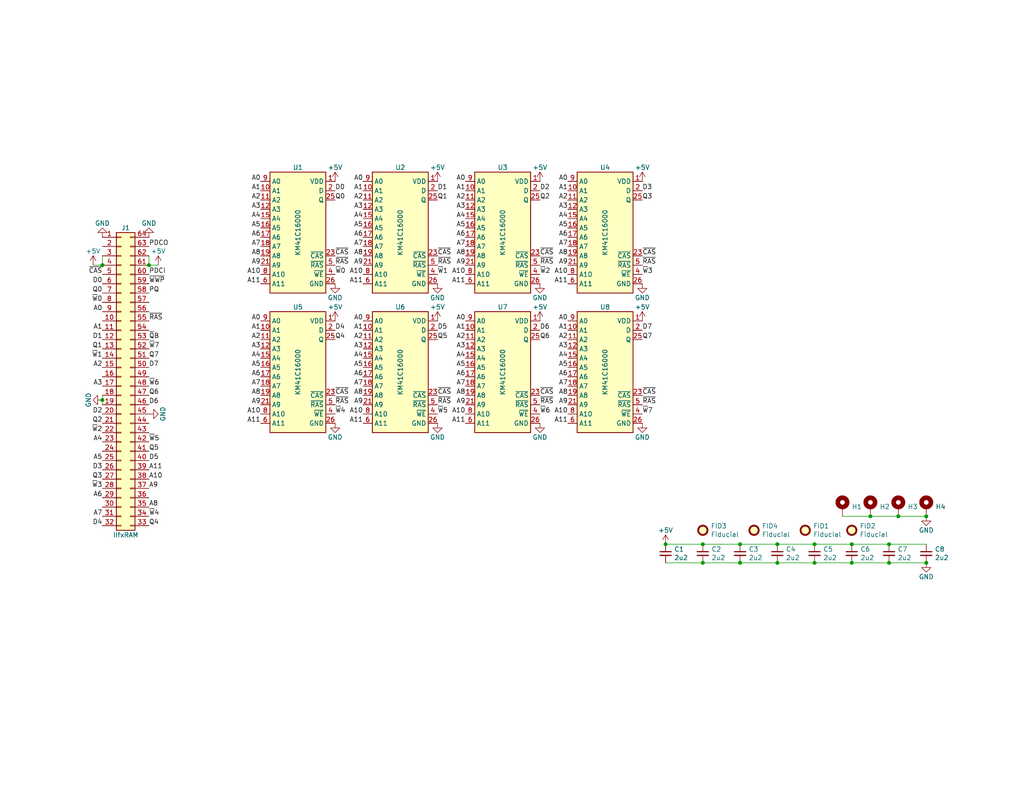
<source format=kicad_sch>
(kicad_sch (version 20211123) (generator eeschema)
  (paper "USLetter")
  (lib_symbols
    (symbol "Connector_Generic:Conn_02x32_Counter_Clockwise" (pin_names (offset 1.016) hide)
      (property "Reference" "J" (at 1.27 40.64 0))
      (property "Value" "Conn_02x32_Counter_Clockwise" (at 1.27 -43.18 0))
      (symbol "Conn_02x32_Counter_Clockwise_1_1"
        (rectangle (start -1.27 -40.513) (end 0 -40.767) (stroke (width 0.1524)))
        (rectangle (start -1.27 -37.973) (end 0 -38.227) (stroke (width 0.1524)))
        (rectangle (start -1.27 -35.433) (end 0 -35.687) (stroke (width 0.1524)))
        (rectangle (start -1.27 -32.893) (end 0 -33.147) (stroke (width 0.1524)))
        (rectangle (start -1.27 -30.353) (end 0 -30.607) (stroke (width 0.1524)))
        (rectangle (start -1.27 -27.813) (end 0 -28.067) (stroke (width 0.1524)))
        (rectangle (start -1.27 -25.273) (end 0 -25.527) (stroke (width 0.1524)))
        (rectangle (start -1.27 -22.733) (end 0 -22.987) (stroke (width 0.1524)))
        (rectangle (start -1.27 -20.193) (end 0 -20.447) (stroke (width 0.1524)))
        (rectangle (start -1.27 -17.653) (end 0 -17.907) (stroke (width 0.1524)))
        (rectangle (start -1.27 -15.113) (end 0 -15.367) (stroke (width 0.1524)))
        (rectangle (start -1.27 -12.573) (end 0 -12.827) (stroke (width 0.1524)))
        (rectangle (start -1.27 -10.033) (end 0 -10.287) (stroke (width 0.1524)))
        (rectangle (start -1.27 -7.493) (end 0 -7.747) (stroke (width 0.1524)))
        (rectangle (start -1.27 -4.953) (end 0 -5.207) (stroke (width 0.1524)))
        (rectangle (start -1.27 -2.413) (end 0 -2.667) (stroke (width 0.1524)))
        (rectangle (start -1.27 0.127) (end 0 -0.127) (stroke (width 0.1524)))
        (rectangle (start -1.27 2.667) (end 0 2.413) (stroke (width 0.1524)))
        (rectangle (start -1.27 5.207) (end 0 4.953) (stroke (width 0.1524)))
        (rectangle (start -1.27 7.747) (end 0 7.493) (stroke (width 0.1524)))
        (rectangle (start -1.27 10.287) (end 0 10.033) (stroke (width 0.1524)))
        (rectangle (start -1.27 12.827) (end 0 12.573) (stroke (width 0.1524)))
        (rectangle (start -1.27 15.367) (end 0 15.113) (stroke (width 0.1524)))
        (rectangle (start -1.27 17.907) (end 0 17.653) (stroke (width 0.1524)))
        (rectangle (start -1.27 20.447) (end 0 20.193) (stroke (width 0.1524)))
        (rectangle (start -1.27 22.987) (end 0 22.733) (stroke (width 0.1524)))
        (rectangle (start -1.27 25.527) (end 0 25.273) (stroke (width 0.1524)))
        (rectangle (start -1.27 28.067) (end 0 27.813) (stroke (width 0.1524)))
        (rectangle (start -1.27 30.607) (end 0 30.353) (stroke (width 0.1524)))
        (rectangle (start -1.27 33.147) (end 0 32.893) (stroke (width 0.1524)))
        (rectangle (start -1.27 35.687) (end 0 35.433) (stroke (width 0.1524)))
        (rectangle (start -1.27 38.227) (end 0 37.973) (stroke (width 0.1524)))
        (rectangle (start -1.27 39.37) (end 3.81 -41.91) (stroke (width 0.254)) (fill (type background)))
        (rectangle (start 3.81 -40.513) (end 2.54 -40.767) (stroke (width 0.1524)))
        (rectangle (start 3.81 -37.973) (end 2.54 -38.227) (stroke (width 0.1524)))
        (rectangle (start 3.81 -35.433) (end 2.54 -35.687) (stroke (width 0.1524)))
        (rectangle (start 3.81 -32.893) (end 2.54 -33.147) (stroke (width 0.1524)))
        (rectangle (start 3.81 -30.353) (end 2.54 -30.607) (stroke (width 0.1524)))
        (rectangle (start 3.81 -27.813) (end 2.54 -28.067) (stroke (width 0.1524)))
        (rectangle (start 3.81 -25.273) (end 2.54 -25.527) (stroke (width 0.1524)))
        (rectangle (start 3.81 -22.733) (end 2.54 -22.987) (stroke (width 0.1524)))
        (rectangle (start 3.81 -20.193) (end 2.54 -20.447) (stroke (width 0.1524)))
        (rectangle (start 3.81 -17.653) (end 2.54 -17.907) (stroke (width 0.1524)))
        (rectangle (start 3.81 -15.113) (end 2.54 -15.367) (stroke (width 0.1524)))
        (rectangle (start 3.81 -12.573) (end 2.54 -12.827) (stroke (width 0.1524)))
        (rectangle (start 3.81 -10.033) (end 2.54 -10.287) (stroke (width 0.1524)))
        (rectangle (start 3.81 -7.493) (end 2.54 -7.747) (stroke (width 0.1524)))
        (rectangle (start 3.81 -4.953) (end 2.54 -5.207) (stroke (width 0.1524)))
        (rectangle (start 3.81 -2.413) (end 2.54 -2.667) (stroke (width 0.1524)))
        (rectangle (start 3.81 0.127) (end 2.54 -0.127) (stroke (width 0.1524)))
        (rectangle (start 3.81 2.667) (end 2.54 2.413) (stroke (width 0.1524)))
        (rectangle (start 3.81 5.207) (end 2.54 4.953) (stroke (width 0.1524)))
        (rectangle (start 3.81 7.747) (end 2.54 7.493) (stroke (width 0.1524)))
        (rectangle (start 3.81 10.287) (end 2.54 10.033) (stroke (width 0.1524)))
        (rectangle (start 3.81 12.827) (end 2.54 12.573) (stroke (width 0.1524)))
        (rectangle (start 3.81 15.367) (end 2.54 15.113) (stroke (width 0.1524)))
        (rectangle (start 3.81 17.907) (end 2.54 17.653) (stroke (width 0.1524)))
        (rectangle (start 3.81 20.447) (end 2.54 20.193) (stroke (width 0.1524)))
        (rectangle (start 3.81 22.987) (end 2.54 22.733) (stroke (width 0.1524)))
        (rectangle (start 3.81 25.527) (end 2.54 25.273) (stroke (width 0.1524)))
        (rectangle (start 3.81 28.067) (end 2.54 27.813) (stroke (width 0.1524)))
        (rectangle (start 3.81 30.607) (end 2.54 30.353) (stroke (width 0.1524)))
        (rectangle (start 3.81 33.147) (end 2.54 32.893) (stroke (width 0.1524)))
        (rectangle (start 3.81 35.687) (end 2.54 35.433) (stroke (width 0.1524)))
        (rectangle (start 3.81 38.227) (end 2.54 37.973) (stroke (width 0.1524)))
        (pin passive line (at -5.08 38.1 0) (length 3.81) (name "Pin_1") (number "1"))
        (pin passive line (at -5.08 15.24 0) (length 3.81) (name "Pin_10") (number "10"))
        (pin passive line (at -5.08 12.7 0) (length 3.81) (name "Pin_11") (number "11"))
        (pin passive line (at -5.08 10.16 0) (length 3.81) (name "Pin_12") (number "12"))
        (pin passive line (at -5.08 7.62 0) (length 3.81) (name "Pin_13") (number "13"))
        (pin passive line (at -5.08 5.08 0) (length 3.81) (name "Pin_14") (number "14"))
        (pin passive line (at -5.08 2.54 0) (length 3.81) (name "Pin_15") (number "15"))
        (pin passive line (at -5.08 0 0) (length 3.81) (name "Pin_16") (number "16"))
        (pin passive line (at -5.08 -2.54 0) (length 3.81) (name "Pin_17") (number "17"))
        (pin passive line (at -5.08 -5.08 0) (length 3.81) (name "Pin_18") (number "18"))
        (pin passive line (at -5.08 -7.62 0) (length 3.81) (name "Pin_19") (number "19"))
        (pin passive line (at -5.08 35.56 0) (length 3.81) (name "Pin_2") (number "2"))
        (pin passive line (at -5.08 -10.16 0) (length 3.81) (name "Pin_20") (number "20"))
        (pin passive line (at -5.08 -12.7 0) (length 3.81) (name "Pin_21") (number "21"))
        (pin passive line (at -5.08 -15.24 0) (length 3.81) (name "Pin_22") (number "22"))
        (pin passive line (at -5.08 -17.78 0) (length 3.81) (name "Pin_23") (number "23"))
        (pin passive line (at -5.08 -20.32 0) (length 3.81) (name "Pin_24") (number "24"))
        (pin passive line (at -5.08 -22.86 0) (length 3.81) (name "Pin_25") (number "25"))
        (pin passive line (at -5.08 -25.4 0) (length 3.81) (name "Pin_26") (number "26"))
        (pin passive line (at -5.08 -27.94 0) (length 3.81) (name "Pin_27") (number "27"))
        (pin passive line (at -5.08 -30.48 0) (length 3.81) (name "Pin_28") (number "28"))
        (pin passive line (at -5.08 -33.02 0) (length 3.81) (name "Pin_29") (number "29"))
        (pin passive line (at -5.08 33.02 0) (length 3.81) (name "Pin_3") (number "3"))
        (pin passive line (at -5.08 -35.56 0) (length 3.81) (name "Pin_30") (number "30"))
        (pin passive line (at -5.08 -38.1 0) (length 3.81) (name "Pin_31") (number "31"))
        (pin passive line (at -5.08 -40.64 0) (length 3.81) (name "Pin_32") (number "32"))
        (pin passive line (at 7.62 -40.64 180) (length 3.81) (name "Pin_33") (number "33"))
        (pin passive line (at 7.62 -38.1 180) (length 3.81) (name "Pin_34") (number "34"))
        (pin passive line (at 7.62 -35.56 180) (length 3.81) (name "Pin_35") (number "35"))
        (pin passive line (at 7.62 -33.02 180) (length 3.81) (name "Pin_36") (number "36"))
        (pin passive line (at 7.62 -30.48 180) (length 3.81) (name "Pin_37") (number "37"))
        (pin passive line (at 7.62 -27.94 180) (length 3.81) (name "Pin_38") (number "38"))
        (pin passive line (at 7.62 -25.4 180) (length 3.81) (name "Pin_39") (number "39"))
        (pin passive line (at -5.08 30.48 0) (length 3.81) (name "Pin_4") (number "4"))
        (pin passive line (at 7.62 -22.86 180) (length 3.81) (name "Pin_40") (number "40"))
        (pin passive line (at 7.62 -20.32 180) (length 3.81) (name "Pin_41") (number "41"))
        (pin passive line (at 7.62 -17.78 180) (length 3.81) (name "Pin_42") (number "42"))
        (pin passive line (at 7.62 -15.24 180) (length 3.81) (name "Pin_43") (number "43"))
        (pin passive line (at 7.62 -12.7 180) (length 3.81) (name "Pin_44") (number "44"))
        (pin passive line (at 7.62 -10.16 180) (length 3.81) (name "Pin_45") (number "45"))
        (pin passive line (at 7.62 -7.62 180) (length 3.81) (name "Pin_46") (number "46"))
        (pin passive line (at 7.62 -5.08 180) (length 3.81) (name "Pin_47") (number "47"))
        (pin passive line (at 7.62 -2.54 180) (length 3.81) (name "Pin_48") (number "48"))
        (pin passive line (at 7.62 0 180) (length 3.81) (name "Pin_49") (number "49"))
        (pin passive line (at -5.08 27.94 0) (length 3.81) (name "Pin_5") (number "5"))
        (pin passive line (at 7.62 2.54 180) (length 3.81) (name "Pin_50") (number "50"))
        (pin passive line (at 7.62 5.08 180) (length 3.81) (name "Pin_51") (number "51"))
        (pin passive line (at 7.62 7.62 180) (length 3.81) (name "Pin_52") (number "52"))
        (pin passive line (at 7.62 10.16 180) (length 3.81) (name "Pin_53") (number "53"))
        (pin passive line (at 7.62 12.7 180) (length 3.81) (name "Pin_54") (number "54"))
        (pin passive line (at 7.62 15.24 180) (length 3.81) (name "Pin_55") (number "55"))
        (pin passive line (at 7.62 17.78 180) (length 3.81) (name "Pin_56") (number "56"))
        (pin passive line (at 7.62 20.32 180) (length 3.81) (name "Pin_57") (number "57"))
        (pin passive line (at 7.62 22.86 180) (length 3.81) (name "Pin_58") (number "58"))
        (pin passive line (at 7.62 25.4 180) (length 3.81) (name "Pin_59") (number "59"))
        (pin passive line (at -5.08 25.4 0) (length 3.81) (name "Pin_6") (number "6"))
        (pin passive line (at 7.62 27.94 180) (length 3.81) (name "Pin_60") (number "60"))
        (pin passive line (at 7.62 30.48 180) (length 3.81) (name "Pin_61") (number "61"))
        (pin passive line (at 7.62 33.02 180) (length 3.81) (name "Pin_62") (number "62"))
        (pin passive line (at 7.62 35.56 180) (length 3.81) (name "Pin_63") (number "63"))
        (pin passive line (at 7.62 38.1 180) (length 3.81) (name "Pin_64") (number "64"))
        (pin passive line (at -5.08 22.86 0) (length 3.81) (name "Pin_7") (number "7"))
        (pin passive line (at -5.08 20.32 0) (length 3.81) (name "Pin_8") (number "8"))
        (pin passive line (at -5.08 17.78 0) (length 3.81) (name "Pin_9") (number "9"))
      )
    )
    (symbol "Device:C_Small" (pin_numbers hide) (pin_names (offset 0.254) hide)
      (property "Reference" "C" (at 0.254 1.778 0))
      (property "Value" "C_Small" (at 0.254 -2.032 0))
      (symbol "C_Small_0_1"
        (polyline (pts (xy -1.524 -0.508) (xy 1.524 -0.508)) (stroke (width 0.3302)))
        (polyline (pts (xy -1.524 0.508) (xy 1.524 0.508)) (stroke (width 0.3048)))
      )
      (symbol "C_Small_1_1"
        (pin passive line (at 0 2.54 270) (length 2.032) (name "~") (number "1"))
        (pin passive line (at 0 -2.54 90) (length 2.032) (name "~") (number "2"))
      )
    )
    (symbol "GW_RAM:DRAM-16Mx1-SOP-24"
      (property "Reference" "U" (at 0 17.78 0))
      (property "Value" "DRAM-16Mx1-SOP-24" (at 0 0 90))
      (symbol "DRAM-16Mx1-SOP-24_0_1"
        (rectangle (start -7.62 16.51) (end 7.62 -16.51) (stroke (width 0.254)) (fill (type background)))
      )
      (symbol "DRAM-16Mx1-SOP-24_1_1"
        (pin power_in line (at 10.16 13.97 180) (length 2.54) (name "VDD") (number "1"))
        (pin input line (at -10.16 11.43 0) (length 2.54) (name "A1") (number "10"))
        (pin input line (at -10.16 8.89 0) (length 2.54) (name "A2") (number "11"))
        (pin input line (at -10.16 6.35 0) (length 2.54) (name "A3") (number "12"))
        (pin power_in line (at 10.16 13.97 180) (length 2.54) hide (name "VDD") (number "13"))
        (pin power_in line (at 10.16 -13.97 180) (length 2.54) hide (name "GND") (number "14"))
        (pin input line (at -10.16 3.81 0) (length 2.54) (name "A4") (number "15"))
        (pin input line (at -10.16 1.27 0) (length 2.54) (name "A5") (number "16"))
        (pin input line (at -10.16 -1.27 0) (length 2.54) (name "A6") (number "17"))
        (pin input line (at -10.16 -3.81 0) (length 2.54) (name "A7") (number "18"))
        (pin input line (at -10.16 -6.35 0) (length 2.54) (name "A8") (number "19"))
        (pin bidirectional line (at 10.16 11.43 180) (length 2.54) (name "D") (number "2"))
        (pin no_connect line (at 10.16 1.27 180) (length 2.54) hide (name "NC") (number "20"))
        (pin input line (at -10.16 -8.89 0) (length 2.54) (name "A9") (number "21"))
        (pin no_connect line (at 10.16 0 180) (length 2.54) hide (name "NC") (number "22"))
        (pin input line (at 10.16 -6.35 180) (length 2.54) (name "~{CAS}") (number "23"))
        (pin no_connect line (at 10.16 -1.27 180) (length 2.54) hide (name "NC") (number "24"))
        (pin bidirectional line (at 10.16 8.89 180) (length 2.54) (name "Q") (number "25"))
        (pin power_in line (at 10.16 -13.97 180) (length 2.54) (name "GND") (number "26"))
        (pin no_connect line (at 10.16 3.81 180) (length 2.54) hide (name "NC") (number "3"))
        (pin input line (at 10.16 -11.43 180) (length 2.54) (name "~{WE}") (number "4"))
        (pin input line (at 10.16 -8.89 180) (length 2.54) (name "~{RAS}") (number "5"))
        (pin input line (at -10.16 -13.97 0) (length 2.54) (name "A11") (number "6"))
        (pin no_connect line (at 10.16 2.54 180) (length 2.54) hide (name "NC") (number "7"))
        (pin input line (at -10.16 -11.43 0) (length 2.54) (name "A10") (number "8"))
        (pin input line (at -10.16 13.97 0) (length 2.54) (name "A0") (number "9"))
      )
    )
    (symbol "Mechanical:Fiducial"
      (property "Reference" "FID" (at 0 5.08 0))
      (property "Value" "Fiducial" (at 0 3.175 0))
      (symbol "Fiducial_0_1"
        (circle (center 0 0) (radius 1.27) (stroke (width 0.508)) (fill (type background)))
      )
    )
    (symbol "Mechanical:MountingHole_Pad" (pin_numbers hide) (pin_names (offset 1.016) hide)
      (property "Reference" "H" (at 0 6.35 0))
      (property "Value" "MountingHole_Pad" (at 0 4.445 0))
      (symbol "MountingHole_Pad_0_1"
        (circle (center 0 1.27) (radius 1.27) (stroke (width 1.27)))
      )
      (symbol "MountingHole_Pad_1_1"
        (pin input line (at 0 -2.54 90) (length 2.54) (name "1") (number "1"))
      )
    )
    (symbol "power:+5V" (power) (pin_names (offset 0))
      (property "Value" "+5V" (at 0 3.556 0))
      (symbol "+5V_0_1"
        (polyline (pts (xy -0.762 1.27) (xy 0 2.54)))
        (polyline (pts (xy 0 0) (xy 0 2.54)))
        (polyline (pts (xy 0 2.54) (xy 0.762 1.27)))
      )
      (symbol "+5V_1_1"
        (pin power_in line (at 0 0 90) (length 0) hide (name "+5V") (number "1"))
      )
    )
    (symbol "power:GND" (power) (pin_names (offset 0))
      (property "Value" "GND" (at 0 -3.81 0))
      (symbol "GND_0_1"
        (polyline (pts (xy 0 0) (xy 0 -1.27) (xy 1.27 -1.27) (xy 0 -2.54) (xy -1.27 -1.27) (xy 0 -1.27)))
      )
      (symbol "GND_1_1"
        (pin power_in line (at 0 0 270) (length 0) hide (name "GND") (number "1"))
      )
    )
  )
  (junction (at 242.57 153.67))
  (junction (at 237.49 140.97))
  (junction (at 40.64 72.39))
  (junction (at 242.57 148.59))
  (junction (at 201.93 153.67))
  (junction (at 252.73 153.67))
  (junction (at 191.77 153.67))
  (junction (at 252.73 140.97))
  (junction (at 201.93 148.59))
  (junction (at 222.25 153.67))
  (junction (at 212.09 153.67))
  (junction (at 181.61 148.59))
  (junction (at 232.41 153.67))
  (junction (at 191.77 148.59))
  (junction (at 27.94 109.22))
  (junction (at 245.11 140.97))
  (junction (at 212.09 148.59))
  (junction (at 27.94 72.39))
  (junction (at 232.41 148.59))
  (junction (at 222.25 148.59))
  (wire (pts (xy 25.4 72.39) (xy 27.94 72.39)))
  (wire (pts (xy 245.11 140.97) (xy 252.73 140.97)))
  (wire (pts (xy 237.49 140.97) (xy 245.11 140.97)))
  (wire (pts (xy 27.94 69.85) (xy 27.94 72.39)))
  (wire (pts (xy 201.93 148.59) (xy 212.09 148.59)))
  (wire (pts (xy 222.25 153.67) (xy 232.41 153.67)))
  (wire (pts (xy 191.77 153.67) (xy 201.93 153.67)))
  (wire (pts (xy 40.64 69.85) (xy 40.64 72.39)))
  (wire (pts (xy 201.93 153.67) (xy 212.09 153.67)))
  (wire (pts (xy 181.61 153.67) (xy 191.77 153.67)))
  (wire (pts (xy 229.87 140.97) (xy 237.49 140.97)))
  (wire (pts (xy 27.94 107.95) (xy 27.94 109.22)))
  (wire (pts (xy 212.09 153.67) (xy 222.25 153.67)))
  (wire (pts (xy 242.57 153.67) (xy 252.73 153.67)))
  (wire (pts (xy 242.57 148.59) (xy 252.73 148.59)))
  (wire (pts (xy 212.09 148.59) (xy 222.25 148.59)))
  (wire (pts (xy 232.41 153.67) (xy 242.57 153.67)))
  (wire (pts (xy 181.61 148.59) (xy 191.77 148.59)))
  (wire (pts (xy 43.18 72.39) (xy 40.64 72.39)))
  (wire (pts (xy 222.25 148.59) (xy 232.41 148.59)))
  (wire (pts (xy 232.41 148.59) (xy 242.57 148.59)))
  (wire (pts (xy 191.77 148.59) (xy 201.93 148.59)))
  (wire (pts (xy 27.94 109.22) (xy 27.94 110.49)))
  (label "Q0" (at 27.94 80.01 180))
  (label "A1" (at 127 90.17 180))
  (label "A8" (at 99.06 107.95 180))
  (label "A10" (at 71.12 113.03 180))
  (label "D6" (at 40.64 110.49 0))
  (label "A8" (at 154.94 69.85 180))
  (label "A9" (at 99.06 110.49 180))
  (label "~{CAS}" (at 175.26 69.85 0))
  (label "~{W}0" (at 91.44 74.93 0))
  (label "~{W}6" (at 40.64 105.41 0))
  (label "A6" (at 154.94 102.87 180))
  (label "A2" (at 27.94 100.33 180))
  (label "~{W}7" (at 40.64 95.25 0))
  (label "~{W}5" (at 119.38 113.03 0))
  (label "A7" (at 71.12 67.31 180))
  (label "A10" (at 99.06 74.93 180))
  (label "Q1" (at 27.94 95.25 180))
  (label "A7" (at 27.94 140.97 180))
  (label "Q6" (at 40.64 107.95 0))
  (label "A3" (at 71.12 95.25 180))
  (label "~{RAS}" (at 119.38 110.49 0))
  (label "A5" (at 127 62.23 180))
  (label "A1" (at 127 52.07 180))
  (label "D0" (at 27.94 77.47 180))
  (label "~{W}7" (at 175.26 113.03 0))
  (label "A6" (at 27.94 135.89 180))
  (label "A6" (at 154.94 64.77 180))
  (label "~{CAS}" (at 91.44 69.85 0))
  (label "A0" (at 127 49.53 180))
  (label "~{W}2" (at 147.32 74.93 0))
  (label "A8" (at 99.06 69.85 180))
  (label "A7" (at 99.06 67.31 180))
  (label "A11" (at 99.06 115.57 180))
  (label "A3" (at 99.06 95.25 180))
  (label "A3" (at 71.12 57.15 180))
  (label "D7" (at 40.64 100.33 0))
  (label "A5" (at 99.06 100.33 180))
  (label "A3" (at 127 95.25 180))
  (label "~{CAS}" (at 119.38 107.95 0))
  (label "Q0" (at 91.44 54.61 0))
  (label "D2" (at 27.94 113.03 180))
  (label "A8" (at 40.64 138.43 0))
  (label "~{W}1" (at 119.38 74.93 0))
  (label "A1" (at 27.94 90.17 180))
  (label "~{CAS}" (at 175.26 107.95 0))
  (label "A11" (at 99.06 77.47 180))
  (label "A2" (at 154.94 92.71 180))
  (label "~{W}2" (at 27.94 118.11 180))
  (label "A4" (at 154.94 97.79 180))
  (label "A1" (at 71.12 90.17 180))
  (label "D4" (at 91.44 90.17 0))
  (label "A1" (at 154.94 90.17 180))
  (label "A2" (at 127 54.61 180))
  (label "A6" (at 127 64.77 180))
  (label "A3" (at 127 57.15 180))
  (label "A8" (at 127 69.85 180))
  (label "A11" (at 127 77.47 180))
  (label "A2" (at 71.12 54.61 180))
  (label "Q1" (at 119.38 54.61 0))
  (label "A2" (at 154.94 54.61 180))
  (label "~{RAS}" (at 147.32 110.49 0))
  (label "A6" (at 127 102.87 180))
  (label "Q5" (at 40.64 123.19 0))
  (label "~{RAS}" (at 119.38 72.39 0))
  (label "A0" (at 71.12 49.53 180))
  (label "PDCI" (at 40.64 74.93 0))
  (label "A9" (at 127 110.49 180))
  (label "A0" (at 71.12 87.63 180))
  (label "A5" (at 154.94 62.23 180))
  (label "Q5" (at 119.38 92.71 0))
  (label "D0" (at 91.44 52.07 0))
  (label "A4" (at 71.12 97.79 180))
  (label "A2" (at 127 92.71 180))
  (label "A0" (at 154.94 49.53 180))
  (label "D1" (at 119.38 52.07 0))
  (label "A6" (at 71.12 102.87 180))
  (label "A1" (at 154.94 52.07 180))
  (label "Q3" (at 175.26 54.61 0))
  (label "~{W}1" (at 27.94 97.79 180))
  (label "Q2" (at 27.94 115.57 180))
  (label "A9" (at 71.12 72.39 180))
  (label "A10" (at 71.12 74.93 180))
  (label "~{RAS}" (at 40.64 87.63 0))
  (label "A6" (at 99.06 102.87 180))
  (label "A0" (at 99.06 87.63 180))
  (label "~{W}4" (at 91.44 113.03 0))
  (label "A9" (at 99.06 72.39 180))
  (label "~{W}4" (at 40.64 140.97 0))
  (label "A0" (at 27.94 85.09 180))
  (label "~{W}5" (at 40.64 120.65 0))
  (label "A3" (at 27.94 105.41 180))
  (label "A0" (at 154.94 87.63 180))
  (label "A10" (at 127 74.93 180))
  (label "A11" (at 154.94 77.47 180))
  (label "A10" (at 154.94 113.03 180))
  (label "A7" (at 154.94 105.41 180))
  (label "A5" (at 71.12 62.23 180))
  (label "A11" (at 40.64 128.27 0))
  (label "A11" (at 154.94 115.57 180))
  (label "A7" (at 154.94 67.31 180))
  (label "Q7" (at 40.64 97.79 0))
  (label "A7" (at 127 67.31 180))
  (label "D1" (at 27.94 92.71 180))
  (label "A9" (at 154.94 72.39 180))
  (label "A1" (at 99.06 90.17 180))
  (label "~{CAS}" (at 147.32 107.95 0))
  (label "D3" (at 27.94 128.27 180))
  (label "~{RAS}" (at 175.26 110.49 0))
  (label "A11" (at 127 115.57 180))
  (label "A9" (at 154.94 110.49 180))
  (label "~{RAS}" (at 91.44 72.39 0))
  (label "A3" (at 154.94 95.25 180))
  (label "A5" (at 71.12 100.33 180))
  (label "Q4" (at 91.44 92.71 0))
  (label "A10" (at 127 113.03 180))
  (label "A4" (at 154.94 59.69 180))
  (label "A8" (at 71.12 107.95 180))
  (label "PDCO" (at 40.64 67.31 0))
  (label "A4" (at 99.06 97.79 180))
  (label "Q6" (at 147.32 92.71 0))
  (label "A6" (at 99.06 64.77 180))
  (label "A5" (at 99.06 62.23 180))
  (label "A11" (at 71.12 115.57 180))
  (label "A4" (at 71.12 59.69 180))
  (label "~{CAS}" (at 119.38 69.85 0))
  (label "A4" (at 127 97.79 180))
  (label "Q2" (at 147.32 54.61 0))
  (label "Q4" (at 40.64 143.51 0))
  (label "~{WWP}" (at 40.64 77.47 0))
  (label "Q3" (at 27.94 130.81 180))
  (label "D7" (at 175.26 90.17 0))
  (label "A1" (at 71.12 52.07 180))
  (label "A7" (at 71.12 105.41 180))
  (label "~{W}3" (at 27.94 133.35 180))
  (label "D6" (at 147.32 90.17 0))
  (label "A10" (at 40.64 130.81 0))
  (label "A8" (at 154.94 107.95 180))
  (label "A3" (at 99.06 57.15 180))
  (label "A4" (at 127 59.69 180))
  (label "A5" (at 154.94 100.33 180))
  (label "~{RAS}" (at 147.32 72.39 0))
  (label "A1" (at 99.06 52.07 180))
  (label "Q7" (at 175.26 92.71 0))
  (label "A0" (at 99.06 49.53 180))
  (label "~{RAS}" (at 91.44 110.49 0))
  (label "D5" (at 40.64 125.73 0))
  (label "D4" (at 27.94 143.51 180))
  (label "A2" (at 99.06 54.61 180))
  (label "A5" (at 27.94 125.73 180))
  (label "A8" (at 127 107.95 180))
  (label "A10" (at 99.06 113.03 180))
  (label "A10" (at 154.94 74.93 180))
  (label "PQ" (at 40.64 80.01 0))
  (label "A4" (at 27.94 120.65 180))
  (label "A11" (at 71.12 77.47 180))
  (label "~{CAS}" (at 91.44 107.95 0))
  (label "A9" (at 40.64 133.35 0))
  (label "A7" (at 99.06 105.41 180))
  (label "A9" (at 127 72.39 180))
  (label "A6" (at 71.12 64.77 180))
  (label "D3" (at 175.26 52.07 0))
  (label "A2" (at 71.12 92.71 180))
  (label "A3" (at 154.94 57.15 180))
  (label "A7" (at 127 105.41 180))
  (label "A8" (at 71.12 69.85 180))
  (label "~{W}6" (at 147.32 113.03 0))
  (label "~{CAS}" (at 147.32 69.85 0))
  (label "D5" (at 119.38 90.17 0))
  (label "A4" (at 99.06 59.69 180))
  (label "~{W}0" (at 27.94 82.55 180))
  (label "~{RAS}" (at 175.26 72.39 0))
  (label "~{CAS}" (at 27.94 74.93 180))
  (label "D2" (at 147.32 52.07 0))
  (label "~{W}3" (at 175.26 74.93 0))
  (label "A9" (at 71.12 110.49 180))
  (label "A2" (at 99.06 92.71 180))
  (label "A5" (at 127 100.33 180))
  (label "A0" (at 127 87.63 180))
  (label "~{Q}B" (at 40.64 92.71 0))
  (symbol (lib_id "Connector_Generic:Conn_02x32_Counter_Clockwise") (at 33.02 102.87 0) (unit 1)
    (property "Reference" "J1" (at 34.29 62.23 0))
    (property "Value" "IIfxRAM" (at 34.29 146.05 0))
    (property "Footprint" "stdpads:MacIIROMSIMM_Edge" (effects hide))
  )
  (symbol (lib_id "Mechanical:MountingHole_Pad") (at 245.11 138.43 0) (unit 1)
    (property "Reference" "H3" (at 247.65 138.3538 0) (effects (justify left)))
    (property "Value" " " (effects hide))
    (property "Footprint" "stdpads:PasteHole_1.1mm_PTH" (effects hide))
  )
  (symbol (lib_id "Mechanical:MountingHole_Pad") (at 252.73 138.43 0) (unit 1)
    (property "Reference" "H4" (at 255.27 138.3538 0) (effects (justify left)))
    (property "Value" " " (effects hide))
    (property "Footprint" "stdpads:PasteHole_1.1mm_PTH" (effects hide))
  )
  (symbol (lib_id "power:GND") (at 252.73 140.97 0) (mirror y) (unit 1)
    (property "Reference" "#PWR0145" (effects hide))
    (property "Value" "GND" (at 252.73 144.78 0))
  )
  (symbol (lib_id "Mechanical:Fiducial") (at 219.71 144.78 0) (unit 1)
    (property "Reference" "FID1" (at 221.869 143.6116 0) (effects (justify left)))
    (property "Value" "Fiducial" (at 221.869 145.923 0) (effects (justify left)))
    (property "Footprint" "stdpads:Fiducial" (effects hide))
  )
  (symbol (lib_id "Mechanical:Fiducial") (at 232.41 144.78 0) (unit 1)
    (property "Reference" "FID2" (at 234.569 143.6116 0) (effects (justify left)))
    (property "Value" "Fiducial" (at 234.569 145.923 0) (effects (justify left)))
    (property "Footprint" "stdpads:Fiducial" (effects hide))
  )
  (symbol (lib_id "Mechanical:Fiducial") (at 191.77 144.78 0) (unit 1)
    (property "Reference" "FID3" (at 193.929 143.6116 0) (effects (justify left)))
    (property "Value" "Fiducial" (at 193.929 145.923 0) (effects (justify left)))
    (property "Footprint" "stdpads:Fiducial" (effects hide))
  )
  (symbol (lib_id "Mechanical:Fiducial") (at 205.74 144.78 0) (unit 1)
    (property "Reference" "FID4" (at 207.899 143.6116 0) (effects (justify left)))
    (property "Value" "Fiducial" (at 207.899 145.923 0) (effects (justify left)))
    (property "Footprint" "stdpads:Fiducial" (effects hide))
  )
  (symbol (lib_id "Mechanical:MountingHole_Pad") (at 229.87 138.43 0) (unit 1)
    (property "Reference" "H1" (at 232.41 138.3538 0) (effects (justify left)))
    (property "Value" " " (effects hide))
    (property "Footprint" "stdpads:PasteHole_1.1mm_PTH" (effects hide))
  )
  (symbol (lib_id "Mechanical:MountingHole_Pad") (at 237.49 138.43 0) (unit 1)
    (property "Reference" "H2" (at 240.03 138.3538 0) (effects (justify left)))
    (property "Value" " " (effects hide))
    (property "Footprint" "stdpads:PasteHole_1.1mm_PTH" (effects hide))
  )
  (symbol (lib_id "power:GND") (at 27.94 64.77 180) (unit 1)
    (property "Reference" "#PWR0101" (effects hide))
    (property "Value" "GND" (at 27.94 60.96 0))
  )
  (symbol (lib_id "power:GND") (at 27.94 109.22 270) (unit 1)
    (property "Reference" "#PWR0102" (effects hide))
    (property "Value" "GND" (at 24.13 109.22 0))
  )
  (symbol (lib_id "power:+5V") (at 25.4 72.39 0) (unit 1)
    (property "Reference" "#PWR0103" (effects hide))
    (property "Value" "+5V" (at 25.4 68.58 0))
  )
  (symbol (lib_id "power:GND") (at 40.64 64.77 180) (unit 1)
    (property "Reference" "#PWR0104" (effects hide))
    (property "Value" "GND" (at 40.64 60.96 0))
  )
  (symbol (lib_id "power:+5V") (at 43.18 72.39 0) (mirror y) (unit 1)
    (property "Reference" "#PWR0105" (effects hide))
    (property "Value" "+5V" (at 43.18 68.58 0))
  )
  (symbol (lib_id "power:GND") (at 40.64 113.03 90) (unit 1)
    (property "Reference" "#PWR0106" (effects hide))
    (property "Value" "GND" (at 44.45 113.03 0))
  )
  (symbol (lib_id "power:+5V") (at 181.61 148.59 0) (mirror y) (unit 1)
    (property "Reference" "#PWR0112" (effects hide))
    (property "Value" "+5V" (at 181.61 144.78 0))
  )
  (symbol (lib_id "Device:C_Small") (at 232.41 151.13 0) (unit 1)
    (property "Reference" "C6" (at 234.7468 149.9616 0) (effects (justify left)))
    (property "Value" "2u2" (at 234.7468 152.273 0) (effects (justify left)))
    (property "Footprint" "stdpads:C_0805" (effects hide))
  )
  (symbol (lib_id "Device:C_Small") (at 222.25 151.13 0) (unit 1)
    (property "Reference" "C5" (at 224.5868 149.9616 0) (effects (justify left)))
    (property "Value" "2u2" (at 224.5868 152.273 0) (effects (justify left)))
    (property "Footprint" "stdpads:C_0805" (effects hide))
  )
  (symbol (lib_id "Device:C_Small") (at 242.57 151.13 0) (unit 1)
    (property "Reference" "C7" (at 244.9068 149.9616 0) (effects (justify left)))
    (property "Value" "2u2" (at 244.9068 152.273 0) (effects (justify left)))
    (property "Footprint" "stdpads:C_0805" (effects hide))
  )
  (symbol (lib_id "Device:C_Small") (at 191.77 151.13 0) (unit 1)
    (property "Reference" "C2" (at 194.1068 149.9616 0) (effects (justify left)))
    (property "Value" "2u2" (at 194.1068 152.273 0) (effects (justify left)))
    (property "Footprint" "stdpads:C_0805" (effects hide))
  )
  (symbol (lib_id "Device:C_Small") (at 212.09 151.13 0) (unit 1)
    (property "Reference" "C4" (at 214.4268 149.9616 0) (effects (justify left)))
    (property "Value" "2u2" (at 214.4268 152.273 0) (effects (justify left)))
    (property "Footprint" "stdpads:C_0805" (effects hide))
  )
  (symbol (lib_id "Device:C_Small") (at 181.61 151.13 0) (unit 1)
    (property "Reference" "C1" (at 183.9468 149.9616 0) (effects (justify left)))
    (property "Value" "2u2" (at 183.9468 152.273 0) (effects (justify left)))
    (property "Footprint" "stdpads:C_0805" (effects hide))
  )
  (symbol (lib_id "Device:C_Small") (at 201.93 151.13 0) (unit 1)
    (property "Reference" "C3" (at 204.2668 149.9616 0) (effects (justify left)))
    (property "Value" "2u2" (at 204.2668 152.273 0) (effects (justify left)))
    (property "Footprint" "stdpads:C_0805" (effects hide))
  )
  (symbol (lib_id "power:GND") (at 252.73 153.67 0) (unit 1)
    (property "Reference" "#PWR0107" (effects hide))
    (property "Value" "GND" (at 252.73 157.48 0))
  )
  (symbol (lib_id "Device:C_Small") (at 252.73 151.13 0) (unit 1)
    (property "Reference" "C8" (at 255.0668 149.9616 0) (effects (justify left)))
    (property "Value" "2u2" (at 255.0668 152.273 0) (effects (justify left)))
    (property "Footprint" "stdpads:C_0805" (effects hide))
  )
  (symbol (lib_id "GW_RAM:DRAM-16Mx1-SOP-24") (at 81.28 63.5 0) (unit 1)
    (property "Reference" "U1" (at 81.28 45.72 0))
    (property "Value" "KM41C16000" (at 81.28 63.5 90))
    (property "Footprint" "stdpads:SOP-24-26-300mil" (effects hide))
  )
  (symbol (lib_id "power:GND") (at 91.44 77.47 0) (unit 1)
    (property "Reference" "#PWR0108" (effects hide))
    (property "Value" "GND" (at 91.44 81.28 0))
  )
  (symbol (lib_id "power:+5V") (at 91.44 49.53 0) (mirror y) (unit 1)
    (property "Reference" "#PWR0109" (effects hide))
    (property "Value" "+5V" (at 91.44 45.72 0))
  )
  (symbol (lib_id "power:GND") (at 119.38 77.47 0) (unit 1)
    (property "Reference" "#PWR0110" (effects hide))
    (property "Value" "GND" (at 119.38 81.28 0))
  )
  (symbol (lib_id "power:+5V") (at 119.38 49.53 0) (mirror y) (unit 1)
    (property "Reference" "#PWR0111" (effects hide))
    (property "Value" "+5V" (at 119.38 45.72 0))
  )
  (symbol (lib_id "GW_RAM:DRAM-16Mx1-SOP-24") (at 109.22 63.5 0) (unit 1)
    (property "Reference" "U2" (at 109.22 45.72 0))
    (property "Value" "KM41C16000" (at 109.22 63.5 90))
    (property "Footprint" "stdpads:SOP-24-26-300mil" (effects hide))
  )
  (symbol (lib_id "power:GND") (at 147.32 77.47 0) (unit 1)
    (property "Reference" "#PWR0113" (effects hide))
    (property "Value" "GND" (at 147.32 81.28 0))
  )
  (symbol (lib_id "power:+5V") (at 147.32 49.53 0) (mirror y) (unit 1)
    (property "Reference" "#PWR0114" (effects hide))
    (property "Value" "+5V" (at 147.32 45.72 0))
  )
  (symbol (lib_id "GW_RAM:DRAM-16Mx1-SOP-24") (at 137.16 63.5 0) (unit 1)
    (property "Reference" "U3" (at 137.16 45.72 0))
    (property "Value" "KM41C16000" (at 137.16 63.5 90))
    (property "Footprint" "stdpads:SOP-24-26-300mil" (effects hide))
  )
  (symbol (lib_id "power:GND") (at 175.26 77.47 0) (unit 1)
    (property "Reference" "#PWR0115" (effects hide))
    (property "Value" "GND" (at 175.26 81.28 0))
  )
  (symbol (lib_id "power:+5V") (at 175.26 49.53 0) (mirror y) (unit 1)
    (property "Reference" "#PWR0116" (effects hide))
    (property "Value" "+5V" (at 175.26 45.72 0))
  )
  (symbol (lib_id "GW_RAM:DRAM-16Mx1-SOP-24") (at 165.1 63.5 0) (unit 1)
    (property "Reference" "U4" (at 165.1 45.72 0))
    (property "Value" "KM41C16000" (at 165.1 63.5 90))
    (property "Footprint" "stdpads:SOP-24-26-300mil" (effects hide))
  )
  (symbol (lib_id "power:GND") (at 91.44 115.57 0) (unit 1)
    (property "Reference" "#PWR0117" (effects hide))
    (property "Value" "GND" (at 91.44 119.38 0))
  )
  (symbol (lib_id "power:+5V") (at 91.44 87.63 0) (mirror y) (unit 1)
    (property "Reference" "#PWR0118" (effects hide))
    (property "Value" "+5V" (at 91.44 83.82 0))
  )
  (symbol (lib_id "GW_RAM:DRAM-16Mx1-SOP-24") (at 81.28 101.6 0) (unit 1)
    (property "Reference" "U5" (at 81.28 83.82 0))
    (property "Value" "KM41C16000" (at 81.28 101.6 90))
    (property "Footprint" "stdpads:SOP-24-26-300mil" (effects hide))
  )
  (symbol (lib_id "power:GND") (at 119.38 115.57 0) (unit 1)
    (property "Reference" "#PWR0119" (effects hide))
    (property "Value" "GND" (at 119.38 119.38 0))
  )
  (symbol (lib_id "power:+5V") (at 119.38 87.63 0) (mirror y) (unit 1)
    (property "Reference" "#PWR0120" (effects hide))
    (property "Value" "+5V" (at 119.38 83.82 0))
  )
  (symbol (lib_id "GW_RAM:DRAM-16Mx1-SOP-24") (at 109.22 101.6 0) (unit 1)
    (property "Reference" "U6" (at 109.22 83.82 0))
    (property "Value" "KM41C16000" (at 109.22 101.6 90))
    (property "Footprint" "stdpads:SOP-24-26-300mil" (effects hide))
  )
  (symbol (lib_id "power:GND") (at 147.32 115.57 0) (unit 1)
    (property "Reference" "#PWR0121" (effects hide))
    (property "Value" "GND" (at 147.32 119.38 0))
  )
  (symbol (lib_id "power:+5V") (at 147.32 87.63 0) (mirror y) (unit 1)
    (property "Reference" "#PWR0122" (effects hide))
    (property "Value" "+5V" (at 147.32 83.82 0))
  )
  (symbol (lib_id "GW_RAM:DRAM-16Mx1-SOP-24") (at 137.16 101.6 0) (unit 1)
    (property "Reference" "U7" (at 137.16 83.82 0))
    (property "Value" "KM41C16000" (at 137.16 101.6 90))
    (property "Footprint" "stdpads:SOP-24-26-300mil" (effects hide))
  )
  (symbol (lib_id "power:GND") (at 175.26 115.57 0) (unit 1)
    (property "Reference" "#PWR0123" (effects hide))
    (property "Value" "GND" (at 175.26 119.38 0))
  )
  (symbol (lib_id "power:+5V") (at 175.26 87.63 0) (mirror y) (unit 1)
    (property "Reference" "#PWR0124" (effects hide))
    (property "Value" "+5V" (at 175.26 83.82 0))
  )
  (symbol (lib_id "GW_RAM:DRAM-16Mx1-SOP-24") (at 165.1 101.6 0) (unit 1)
    (property "Reference" "U8" (at 165.1 83.82 0))
    (property "Value" "KM41C16000" (at 165.1 101.6 90))
    (property "Footprint" "stdpads:SOP-24-26-300mil" (effects hide))
  )
)
</source>
